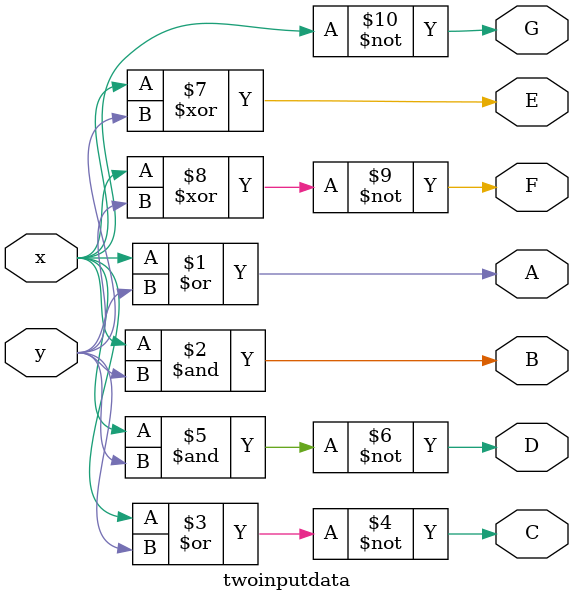
<source format=v>
module twoinputdata(x,y,A,B,C,D,E,F,G);
input x,y;
output A,B,C,D,E,F,G;
assign A = x|y; //or gate
assign B = x&y; //and gate
assign C = ~(x|y); //nor gate
assign D = ~(x&y); //nand gate
assign E = x^y; //xor gate
assign F = ~(x^y); //xnor gate
assign G = ~x; //not gate
endmodule

</source>
